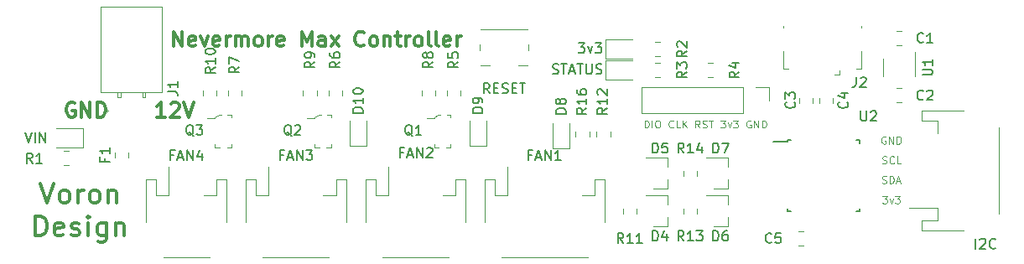
<source format=gbr>
G04 #@! TF.GenerationSoftware,KiCad,Pcbnew,(5.1.5)-3*
G04 #@! TF.CreationDate,2021-06-03T09:39:37-05:00*
G04 #@! TF.ProjectId,NevermoreController,4e657665-726d-46f7-9265-436f6e74726f,rev?*
G04 #@! TF.SameCoordinates,Original*
G04 #@! TF.FileFunction,Legend,Top*
G04 #@! TF.FilePolarity,Positive*
%FSLAX46Y46*%
G04 Gerber Fmt 4.6, Leading zero omitted, Abs format (unit mm)*
G04 Created by KiCad (PCBNEW (5.1.5)-3) date 2021-06-03 09:39:37*
%MOMM*%
%LPD*%
G04 APERTURE LIST*
%ADD10C,0.300000*%
%ADD11C,0.100000*%
%ADD12C,0.120000*%
%ADD13C,0.150000*%
G04 APERTURE END LIST*
D10*
X116282285Y-78112571D02*
X116282285Y-76612571D01*
X117139428Y-78112571D01*
X117139428Y-76612571D01*
X118425143Y-78041142D02*
X118282285Y-78112571D01*
X117996571Y-78112571D01*
X117853714Y-78041142D01*
X117782285Y-77898285D01*
X117782285Y-77326857D01*
X117853714Y-77184000D01*
X117996571Y-77112571D01*
X118282285Y-77112571D01*
X118425143Y-77184000D01*
X118496571Y-77326857D01*
X118496571Y-77469714D01*
X117782285Y-77612571D01*
X118996571Y-77112571D02*
X119353714Y-78112571D01*
X119710857Y-77112571D01*
X120853714Y-78041142D02*
X120710857Y-78112571D01*
X120425143Y-78112571D01*
X120282285Y-78041142D01*
X120210857Y-77898285D01*
X120210857Y-77326857D01*
X120282285Y-77184000D01*
X120425143Y-77112571D01*
X120710857Y-77112571D01*
X120853714Y-77184000D01*
X120925143Y-77326857D01*
X120925143Y-77469714D01*
X120210857Y-77612571D01*
X121568000Y-78112571D02*
X121568000Y-77112571D01*
X121568000Y-77398285D02*
X121639428Y-77255428D01*
X121710857Y-77184000D01*
X121853714Y-77112571D01*
X121996571Y-77112571D01*
X122496571Y-78112571D02*
X122496571Y-77112571D01*
X122496571Y-77255428D02*
X122568000Y-77184000D01*
X122710857Y-77112571D01*
X122925143Y-77112571D01*
X123068000Y-77184000D01*
X123139428Y-77326857D01*
X123139428Y-78112571D01*
X123139428Y-77326857D02*
X123210857Y-77184000D01*
X123353714Y-77112571D01*
X123568000Y-77112571D01*
X123710857Y-77184000D01*
X123782285Y-77326857D01*
X123782285Y-78112571D01*
X124710857Y-78112571D02*
X124568000Y-78041142D01*
X124496571Y-77969714D01*
X124425143Y-77826857D01*
X124425143Y-77398285D01*
X124496571Y-77255428D01*
X124568000Y-77184000D01*
X124710857Y-77112571D01*
X124925143Y-77112571D01*
X125068000Y-77184000D01*
X125139428Y-77255428D01*
X125210857Y-77398285D01*
X125210857Y-77826857D01*
X125139428Y-77969714D01*
X125068000Y-78041142D01*
X124925143Y-78112571D01*
X124710857Y-78112571D01*
X125853714Y-78112571D02*
X125853714Y-77112571D01*
X125853714Y-77398285D02*
X125925143Y-77255428D01*
X125996571Y-77184000D01*
X126139428Y-77112571D01*
X126282285Y-77112571D01*
X127353714Y-78041142D02*
X127210857Y-78112571D01*
X126925143Y-78112571D01*
X126782285Y-78041142D01*
X126710857Y-77898285D01*
X126710857Y-77326857D01*
X126782285Y-77184000D01*
X126925143Y-77112571D01*
X127210857Y-77112571D01*
X127353714Y-77184000D01*
X127425143Y-77326857D01*
X127425143Y-77469714D01*
X126710857Y-77612571D01*
X129210857Y-78112571D02*
X129210857Y-76612571D01*
X129710857Y-77684000D01*
X130210857Y-76612571D01*
X130210857Y-78112571D01*
X131568000Y-78112571D02*
X131568000Y-77326857D01*
X131496571Y-77184000D01*
X131353714Y-77112571D01*
X131068000Y-77112571D01*
X130925143Y-77184000D01*
X131568000Y-78041142D02*
X131425143Y-78112571D01*
X131068000Y-78112571D01*
X130925143Y-78041142D01*
X130853714Y-77898285D01*
X130853714Y-77755428D01*
X130925143Y-77612571D01*
X131068000Y-77541142D01*
X131425143Y-77541142D01*
X131568000Y-77469714D01*
X132139428Y-78112571D02*
X132925143Y-77112571D01*
X132139428Y-77112571D02*
X132925143Y-78112571D01*
X135496571Y-77969714D02*
X135425143Y-78041142D01*
X135210857Y-78112571D01*
X135068000Y-78112571D01*
X134853714Y-78041142D01*
X134710857Y-77898285D01*
X134639428Y-77755428D01*
X134568000Y-77469714D01*
X134568000Y-77255428D01*
X134639428Y-76969714D01*
X134710857Y-76826857D01*
X134853714Y-76684000D01*
X135068000Y-76612571D01*
X135210857Y-76612571D01*
X135425143Y-76684000D01*
X135496571Y-76755428D01*
X136353714Y-78112571D02*
X136210857Y-78041142D01*
X136139428Y-77969714D01*
X136068000Y-77826857D01*
X136068000Y-77398285D01*
X136139428Y-77255428D01*
X136210857Y-77184000D01*
X136353714Y-77112571D01*
X136568000Y-77112571D01*
X136710857Y-77184000D01*
X136782285Y-77255428D01*
X136853714Y-77398285D01*
X136853714Y-77826857D01*
X136782285Y-77969714D01*
X136710857Y-78041142D01*
X136568000Y-78112571D01*
X136353714Y-78112571D01*
X137496571Y-77112571D02*
X137496571Y-78112571D01*
X137496571Y-77255428D02*
X137568000Y-77184000D01*
X137710857Y-77112571D01*
X137925143Y-77112571D01*
X138068000Y-77184000D01*
X138139428Y-77326857D01*
X138139428Y-78112571D01*
X138639428Y-77112571D02*
X139210857Y-77112571D01*
X138853714Y-76612571D02*
X138853714Y-77898285D01*
X138925143Y-78041142D01*
X139068000Y-78112571D01*
X139210857Y-78112571D01*
X139710857Y-78112571D02*
X139710857Y-77112571D01*
X139710857Y-77398285D02*
X139782285Y-77255428D01*
X139853714Y-77184000D01*
X139996571Y-77112571D01*
X140139428Y-77112571D01*
X140853714Y-78112571D02*
X140710857Y-78041142D01*
X140639428Y-77969714D01*
X140568000Y-77826857D01*
X140568000Y-77398285D01*
X140639428Y-77255428D01*
X140710857Y-77184000D01*
X140853714Y-77112571D01*
X141068000Y-77112571D01*
X141210857Y-77184000D01*
X141282285Y-77255428D01*
X141353714Y-77398285D01*
X141353714Y-77826857D01*
X141282285Y-77969714D01*
X141210857Y-78041142D01*
X141068000Y-78112571D01*
X140853714Y-78112571D01*
X142210857Y-78112571D02*
X142068000Y-78041142D01*
X141996571Y-77898285D01*
X141996571Y-76612571D01*
X142996571Y-78112571D02*
X142853714Y-78041142D01*
X142782285Y-77898285D01*
X142782285Y-76612571D01*
X144139428Y-78041142D02*
X143996571Y-78112571D01*
X143710857Y-78112571D01*
X143568000Y-78041142D01*
X143496571Y-77898285D01*
X143496571Y-77326857D01*
X143568000Y-77184000D01*
X143710857Y-77112571D01*
X143996571Y-77112571D01*
X144139428Y-77184000D01*
X144210857Y-77326857D01*
X144210857Y-77469714D01*
X143496571Y-77612571D01*
X144853714Y-78112571D02*
X144853714Y-77112571D01*
X144853714Y-77398285D02*
X144925143Y-77255428D01*
X144996571Y-77184000D01*
X145139428Y-77112571D01*
X145282285Y-77112571D01*
X102800000Y-91954761D02*
X103466666Y-93954761D01*
X104133333Y-91954761D01*
X105085714Y-93954761D02*
X104895238Y-93859523D01*
X104800000Y-93764285D01*
X104704761Y-93573809D01*
X104704761Y-93002380D01*
X104800000Y-92811904D01*
X104895238Y-92716666D01*
X105085714Y-92621428D01*
X105371428Y-92621428D01*
X105561904Y-92716666D01*
X105657142Y-92811904D01*
X105752380Y-93002380D01*
X105752380Y-93573809D01*
X105657142Y-93764285D01*
X105561904Y-93859523D01*
X105371428Y-93954761D01*
X105085714Y-93954761D01*
X106609523Y-93954761D02*
X106609523Y-92621428D01*
X106609523Y-93002380D02*
X106704761Y-92811904D01*
X106800000Y-92716666D01*
X106990476Y-92621428D01*
X107180952Y-92621428D01*
X108133333Y-93954761D02*
X107942857Y-93859523D01*
X107847619Y-93764285D01*
X107752380Y-93573809D01*
X107752380Y-93002380D01*
X107847619Y-92811904D01*
X107942857Y-92716666D01*
X108133333Y-92621428D01*
X108419047Y-92621428D01*
X108609523Y-92716666D01*
X108704761Y-92811904D01*
X108800000Y-93002380D01*
X108800000Y-93573809D01*
X108704761Y-93764285D01*
X108609523Y-93859523D01*
X108419047Y-93954761D01*
X108133333Y-93954761D01*
X109657142Y-92621428D02*
X109657142Y-93954761D01*
X109657142Y-92811904D02*
X109752380Y-92716666D01*
X109942857Y-92621428D01*
X110228571Y-92621428D01*
X110419047Y-92716666D01*
X110514285Y-92907142D01*
X110514285Y-93954761D01*
X102323809Y-97254761D02*
X102323809Y-95254761D01*
X102800000Y-95254761D01*
X103085714Y-95350000D01*
X103276190Y-95540476D01*
X103371428Y-95730952D01*
X103466666Y-96111904D01*
X103466666Y-96397619D01*
X103371428Y-96778571D01*
X103276190Y-96969047D01*
X103085714Y-97159523D01*
X102800000Y-97254761D01*
X102323809Y-97254761D01*
X105085714Y-97159523D02*
X104895238Y-97254761D01*
X104514285Y-97254761D01*
X104323809Y-97159523D01*
X104228571Y-96969047D01*
X104228571Y-96207142D01*
X104323809Y-96016666D01*
X104514285Y-95921428D01*
X104895238Y-95921428D01*
X105085714Y-96016666D01*
X105180952Y-96207142D01*
X105180952Y-96397619D01*
X104228571Y-96588095D01*
X105942857Y-97159523D02*
X106133333Y-97254761D01*
X106514285Y-97254761D01*
X106704761Y-97159523D01*
X106800000Y-96969047D01*
X106800000Y-96873809D01*
X106704761Y-96683333D01*
X106514285Y-96588095D01*
X106228571Y-96588095D01*
X106038095Y-96492857D01*
X105942857Y-96302380D01*
X105942857Y-96207142D01*
X106038095Y-96016666D01*
X106228571Y-95921428D01*
X106514285Y-95921428D01*
X106704761Y-96016666D01*
X107657142Y-97254761D02*
X107657142Y-95921428D01*
X107657142Y-95254761D02*
X107561904Y-95350000D01*
X107657142Y-95445238D01*
X107752380Y-95350000D01*
X107657142Y-95254761D01*
X107657142Y-95445238D01*
X109466666Y-95921428D02*
X109466666Y-97540476D01*
X109371428Y-97730952D01*
X109276190Y-97826190D01*
X109085714Y-97921428D01*
X108800000Y-97921428D01*
X108609523Y-97826190D01*
X109466666Y-97159523D02*
X109276190Y-97254761D01*
X108895238Y-97254761D01*
X108704761Y-97159523D01*
X108609523Y-97064285D01*
X108514285Y-96873809D01*
X108514285Y-96302380D01*
X108609523Y-96111904D01*
X108704761Y-96016666D01*
X108895238Y-95921428D01*
X109276190Y-95921428D01*
X109466666Y-96016666D01*
X110419047Y-95921428D02*
X110419047Y-97254761D01*
X110419047Y-96111904D02*
X110514285Y-96016666D01*
X110704761Y-95921428D01*
X110990476Y-95921428D01*
X111180952Y-96016666D01*
X111276190Y-96207142D01*
X111276190Y-97254761D01*
D11*
X187807142Y-93219785D02*
X188271428Y-93219785D01*
X188021428Y-93505500D01*
X188128571Y-93505500D01*
X188200000Y-93541214D01*
X188235714Y-93576928D01*
X188271428Y-93648357D01*
X188271428Y-93826928D01*
X188235714Y-93898357D01*
X188200000Y-93934071D01*
X188128571Y-93969785D01*
X187914285Y-93969785D01*
X187842857Y-93934071D01*
X187807142Y-93898357D01*
X188521428Y-93469785D02*
X188700000Y-93969785D01*
X188878571Y-93469785D01*
X189092857Y-93219785D02*
X189557142Y-93219785D01*
X189307142Y-93505500D01*
X189414285Y-93505500D01*
X189485714Y-93541214D01*
X189521428Y-93576928D01*
X189557142Y-93648357D01*
X189557142Y-93826928D01*
X189521428Y-93898357D01*
X189485714Y-93934071D01*
X189414285Y-93969785D01*
X189200000Y-93969785D01*
X189128571Y-93934071D01*
X189092857Y-93898357D01*
X187789285Y-91934071D02*
X187896428Y-91969785D01*
X188075000Y-91969785D01*
X188146428Y-91934071D01*
X188182142Y-91898357D01*
X188217857Y-91826928D01*
X188217857Y-91755500D01*
X188182142Y-91684071D01*
X188146428Y-91648357D01*
X188075000Y-91612642D01*
X187932142Y-91576928D01*
X187860714Y-91541214D01*
X187825000Y-91505500D01*
X187789285Y-91434071D01*
X187789285Y-91362642D01*
X187825000Y-91291214D01*
X187860714Y-91255500D01*
X187932142Y-91219785D01*
X188110714Y-91219785D01*
X188217857Y-91255500D01*
X188539285Y-91969785D02*
X188539285Y-91219785D01*
X188717857Y-91219785D01*
X188825000Y-91255500D01*
X188896428Y-91326928D01*
X188932142Y-91398357D01*
X188967857Y-91541214D01*
X188967857Y-91648357D01*
X188932142Y-91791214D01*
X188896428Y-91862642D01*
X188825000Y-91934071D01*
X188717857Y-91969785D01*
X188539285Y-91969785D01*
X189253571Y-91755500D02*
X189610714Y-91755500D01*
X189182142Y-91969785D02*
X189432142Y-91219785D01*
X189682142Y-91969785D01*
X187807142Y-89934071D02*
X187914285Y-89969785D01*
X188092857Y-89969785D01*
X188164285Y-89934071D01*
X188200000Y-89898357D01*
X188235714Y-89826928D01*
X188235714Y-89755500D01*
X188200000Y-89684071D01*
X188164285Y-89648357D01*
X188092857Y-89612642D01*
X187950000Y-89576928D01*
X187878571Y-89541214D01*
X187842857Y-89505500D01*
X187807142Y-89434071D01*
X187807142Y-89362642D01*
X187842857Y-89291214D01*
X187878571Y-89255500D01*
X187950000Y-89219785D01*
X188128571Y-89219785D01*
X188235714Y-89255500D01*
X188985714Y-89898357D02*
X188950000Y-89934071D01*
X188842857Y-89969785D01*
X188771428Y-89969785D01*
X188664285Y-89934071D01*
X188592857Y-89862642D01*
X188557142Y-89791214D01*
X188521428Y-89648357D01*
X188521428Y-89541214D01*
X188557142Y-89398357D01*
X188592857Y-89326928D01*
X188664285Y-89255500D01*
X188771428Y-89219785D01*
X188842857Y-89219785D01*
X188950000Y-89255500D01*
X188985714Y-89291214D01*
X189664285Y-89969785D02*
X189307142Y-89969785D01*
X189307142Y-89219785D01*
X188128571Y-87255500D02*
X188057142Y-87219785D01*
X187950000Y-87219785D01*
X187842857Y-87255500D01*
X187771428Y-87326928D01*
X187735714Y-87398357D01*
X187700000Y-87541214D01*
X187700000Y-87648357D01*
X187735714Y-87791214D01*
X187771428Y-87862642D01*
X187842857Y-87934071D01*
X187950000Y-87969785D01*
X188021428Y-87969785D01*
X188128571Y-87934071D01*
X188164285Y-87898357D01*
X188164285Y-87648357D01*
X188021428Y-87648357D01*
X188485714Y-87969785D02*
X188485714Y-87219785D01*
X188914285Y-87969785D01*
X188914285Y-87219785D01*
X189271428Y-87969785D02*
X189271428Y-87219785D01*
X189450000Y-87219785D01*
X189557142Y-87255500D01*
X189628571Y-87326928D01*
X189664285Y-87398357D01*
X189700000Y-87541214D01*
X189700000Y-87648357D01*
X189664285Y-87791214D01*
X189628571Y-87862642D01*
X189557142Y-87934071D01*
X189450000Y-87969785D01*
X189271428Y-87969785D01*
X163801000Y-86339285D02*
X163801000Y-85589285D01*
X163979571Y-85589285D01*
X164086714Y-85625000D01*
X164158142Y-85696428D01*
X164193857Y-85767857D01*
X164229571Y-85910714D01*
X164229571Y-86017857D01*
X164193857Y-86160714D01*
X164158142Y-86232142D01*
X164086714Y-86303571D01*
X163979571Y-86339285D01*
X163801000Y-86339285D01*
X164551000Y-86339285D02*
X164551000Y-85589285D01*
X165051000Y-85589285D02*
X165193857Y-85589285D01*
X165265285Y-85625000D01*
X165336714Y-85696428D01*
X165372428Y-85839285D01*
X165372428Y-86089285D01*
X165336714Y-86232142D01*
X165265285Y-86303571D01*
X165193857Y-86339285D01*
X165051000Y-86339285D01*
X164979571Y-86303571D01*
X164908142Y-86232142D01*
X164872428Y-86089285D01*
X164872428Y-85839285D01*
X164908142Y-85696428D01*
X164979571Y-85625000D01*
X165051000Y-85589285D01*
X166693857Y-86267857D02*
X166658142Y-86303571D01*
X166551000Y-86339285D01*
X166479571Y-86339285D01*
X166372428Y-86303571D01*
X166301000Y-86232142D01*
X166265285Y-86160714D01*
X166229571Y-86017857D01*
X166229571Y-85910714D01*
X166265285Y-85767857D01*
X166301000Y-85696428D01*
X166372428Y-85625000D01*
X166479571Y-85589285D01*
X166551000Y-85589285D01*
X166658142Y-85625000D01*
X166693857Y-85660714D01*
X167372428Y-86339285D02*
X167015285Y-86339285D01*
X167015285Y-85589285D01*
X167622428Y-86339285D02*
X167622428Y-85589285D01*
X168051000Y-86339285D02*
X167729571Y-85910714D01*
X168051000Y-85589285D02*
X167622428Y-86017857D01*
X169372428Y-86339285D02*
X169122428Y-85982142D01*
X168943857Y-86339285D02*
X168943857Y-85589285D01*
X169229571Y-85589285D01*
X169301000Y-85625000D01*
X169336714Y-85660714D01*
X169372428Y-85732142D01*
X169372428Y-85839285D01*
X169336714Y-85910714D01*
X169301000Y-85946428D01*
X169229571Y-85982142D01*
X168943857Y-85982142D01*
X169658142Y-86303571D02*
X169765285Y-86339285D01*
X169943857Y-86339285D01*
X170015285Y-86303571D01*
X170051000Y-86267857D01*
X170086714Y-86196428D01*
X170086714Y-86125000D01*
X170051000Y-86053571D01*
X170015285Y-86017857D01*
X169943857Y-85982142D01*
X169801000Y-85946428D01*
X169729571Y-85910714D01*
X169693857Y-85875000D01*
X169658142Y-85803571D01*
X169658142Y-85732142D01*
X169693857Y-85660714D01*
X169729571Y-85625000D01*
X169801000Y-85589285D01*
X169979571Y-85589285D01*
X170086714Y-85625000D01*
X170301000Y-85589285D02*
X170729571Y-85589285D01*
X170515285Y-86339285D02*
X170515285Y-85589285D01*
X171479571Y-85589285D02*
X171943857Y-85589285D01*
X171693857Y-85875000D01*
X171801000Y-85875000D01*
X171872428Y-85910714D01*
X171908142Y-85946428D01*
X171943857Y-86017857D01*
X171943857Y-86196428D01*
X171908142Y-86267857D01*
X171872428Y-86303571D01*
X171801000Y-86339285D01*
X171586714Y-86339285D01*
X171515285Y-86303571D01*
X171479571Y-86267857D01*
X172193857Y-85839285D02*
X172372428Y-86339285D01*
X172551000Y-85839285D01*
X172765285Y-85589285D02*
X173229571Y-85589285D01*
X172979571Y-85875000D01*
X173086714Y-85875000D01*
X173158142Y-85910714D01*
X173193857Y-85946428D01*
X173229571Y-86017857D01*
X173229571Y-86196428D01*
X173193857Y-86267857D01*
X173158142Y-86303571D01*
X173086714Y-86339285D01*
X172872428Y-86339285D01*
X172801000Y-86303571D01*
X172765285Y-86267857D01*
X174515285Y-85625000D02*
X174443857Y-85589285D01*
X174336714Y-85589285D01*
X174229571Y-85625000D01*
X174158142Y-85696428D01*
X174122428Y-85767857D01*
X174086714Y-85910714D01*
X174086714Y-86017857D01*
X174122428Y-86160714D01*
X174158142Y-86232142D01*
X174229571Y-86303571D01*
X174336714Y-86339285D01*
X174408142Y-86339285D01*
X174515285Y-86303571D01*
X174551000Y-86267857D01*
X174551000Y-86017857D01*
X174408142Y-86017857D01*
X174872428Y-86339285D02*
X174872428Y-85589285D01*
X175301000Y-86339285D01*
X175301000Y-85589285D01*
X175658142Y-86339285D02*
X175658142Y-85589285D01*
X175836714Y-85589285D01*
X175943857Y-85625000D01*
X176015285Y-85696428D01*
X176051000Y-85767857D01*
X176086714Y-85910714D01*
X176086714Y-86017857D01*
X176051000Y-86160714D01*
X176015285Y-86232142D01*
X175943857Y-86303571D01*
X175836714Y-86339285D01*
X175658142Y-86339285D01*
D10*
X106260000Y-83832000D02*
X106117142Y-83760571D01*
X105902857Y-83760571D01*
X105688571Y-83832000D01*
X105545714Y-83974857D01*
X105474285Y-84117714D01*
X105402857Y-84403428D01*
X105402857Y-84617714D01*
X105474285Y-84903428D01*
X105545714Y-85046285D01*
X105688571Y-85189142D01*
X105902857Y-85260571D01*
X106045714Y-85260571D01*
X106260000Y-85189142D01*
X106331428Y-85117714D01*
X106331428Y-84617714D01*
X106045714Y-84617714D01*
X106974285Y-85260571D02*
X106974285Y-83760571D01*
X107831428Y-85260571D01*
X107831428Y-83760571D01*
X108545714Y-85260571D02*
X108545714Y-83760571D01*
X108902857Y-83760571D01*
X109117142Y-83832000D01*
X109260000Y-83974857D01*
X109331428Y-84117714D01*
X109402857Y-84403428D01*
X109402857Y-84617714D01*
X109331428Y-84903428D01*
X109260000Y-85046285D01*
X109117142Y-85189142D01*
X108902857Y-85260571D01*
X108545714Y-85260571D01*
X115402857Y-85260571D02*
X114545714Y-85260571D01*
X114974285Y-85260571D02*
X114974285Y-83760571D01*
X114831428Y-83974857D01*
X114688571Y-84117714D01*
X114545714Y-84189142D01*
X115974285Y-83903428D02*
X116045714Y-83832000D01*
X116188571Y-83760571D01*
X116545714Y-83760571D01*
X116688571Y-83832000D01*
X116760000Y-83903428D01*
X116831428Y-84046285D01*
X116831428Y-84189142D01*
X116760000Y-84403428D01*
X115902857Y-85260571D01*
X116831428Y-85260571D01*
X117260000Y-83760571D02*
X117760000Y-85260571D01*
X118260000Y-83760571D01*
D12*
X134000000Y-88177500D02*
X134000000Y-85627500D01*
X135700000Y-88177500D02*
X135700000Y-85627500D01*
X134000000Y-88177500D02*
X135700000Y-88177500D01*
X146150000Y-88167500D02*
X146150000Y-85617500D01*
X147850000Y-88167500D02*
X147850000Y-85617500D01*
X146150000Y-88167500D02*
X147850000Y-88167500D01*
X154550000Y-88447500D02*
X154550000Y-85897500D01*
X156250000Y-88447500D02*
X156250000Y-85897500D01*
X154550000Y-88447500D02*
X156250000Y-88447500D01*
X191119000Y-81139000D02*
X191119000Y-78689000D01*
X187899000Y-79339000D02*
X187899000Y-81139000D01*
X164841422Y-79110000D02*
X165358578Y-79110000D01*
X164841422Y-77690000D02*
X165358578Y-77690000D01*
X159859000Y-79360000D02*
X162544000Y-79360000D01*
X159859000Y-77440000D02*
X159859000Y-79360000D01*
X162544000Y-77440000D02*
X159859000Y-77440000D01*
X189767578Y-82348000D02*
X189250422Y-82348000D01*
X189767578Y-83768000D02*
X189250422Y-83768000D01*
X189250422Y-78010000D02*
X189767578Y-78010000D01*
X189250422Y-76590000D02*
X189767578Y-76590000D01*
X170692578Y-79808000D02*
X170175422Y-79808000D01*
X170692578Y-81228000D02*
X170175422Y-81228000D01*
X180796000Y-83824578D02*
X180796000Y-83307422D01*
X179376000Y-83824578D02*
X179376000Y-83307422D01*
X164841422Y-81228000D02*
X165358578Y-81228000D01*
X164841422Y-79808000D02*
X165358578Y-79808000D01*
X105171422Y-90118000D02*
X105688578Y-90118000D01*
X105171422Y-88698000D02*
X105688578Y-88698000D01*
X159859000Y-81478000D02*
X162544000Y-81478000D01*
X159859000Y-79558000D02*
X159859000Y-81478000D01*
X162544000Y-79558000D02*
X159859000Y-79558000D01*
X107095000Y-86416000D02*
X104410000Y-86416000D01*
X107095000Y-88336000D02*
X107095000Y-86416000D01*
X104410000Y-88336000D02*
X107095000Y-88336000D01*
X199582000Y-95018000D02*
X199582000Y-86338000D01*
X193362000Y-85638000D02*
X193362000Y-86918000D01*
X191762000Y-85638000D02*
X193362000Y-85638000D01*
X191762000Y-84618000D02*
X191762000Y-85638000D01*
X196012000Y-84618000D02*
X191762000Y-84618000D01*
X193362000Y-94438000D02*
X190472000Y-94438000D01*
X193362000Y-95718000D02*
X193362000Y-94438000D01*
X191762000Y-95718000D02*
X193362000Y-95718000D01*
X191762000Y-96738000D02*
X191762000Y-95718000D01*
X196012000Y-96738000D02*
X191762000Y-96738000D01*
X169112000Y-94483422D02*
X169112000Y-95000578D01*
X167692000Y-94483422D02*
X167692000Y-95000578D01*
X179319422Y-98246000D02*
X179836578Y-98246000D01*
X179319422Y-96826000D02*
X179836578Y-96826000D01*
X166114000Y-92512000D02*
X164654000Y-92512000D01*
X166114000Y-89352000D02*
X163954000Y-89352000D01*
X166114000Y-89352000D02*
X166114000Y-90282000D01*
X166114000Y-92512000D02*
X166114000Y-91582000D01*
X172210000Y-92512000D02*
X170750000Y-92512000D01*
X172210000Y-89352000D02*
X170050000Y-89352000D01*
X172210000Y-89352000D02*
X172210000Y-90282000D01*
X172210000Y-92512000D02*
X172210000Y-91582000D01*
X166114000Y-96322000D02*
X166114000Y-95392000D01*
X166114000Y-93162000D02*
X166114000Y-94092000D01*
X166114000Y-93162000D02*
X163954000Y-93162000D01*
X166114000Y-96322000D02*
X164654000Y-96322000D01*
X172210000Y-96322000D02*
X172210000Y-95392000D01*
X172210000Y-93162000D02*
X172210000Y-94092000D01*
X172210000Y-93162000D02*
X170050000Y-93162000D01*
X172210000Y-96322000D02*
X170750000Y-96322000D01*
X167692000Y-90673422D02*
X167692000Y-91190578D01*
X169112000Y-90673422D02*
X169112000Y-91190578D01*
X163016000Y-94483422D02*
X163016000Y-95000578D01*
X161596000Y-94483422D02*
X161596000Y-95000578D01*
X129290000Y-82545422D02*
X129290000Y-83062578D01*
X130710000Y-82545422D02*
X130710000Y-83062578D01*
X133298000Y-83062578D02*
X133298000Y-82545422D01*
X131878000Y-83062578D02*
X131878000Y-82545422D01*
X141276000Y-82545422D02*
X141276000Y-83062578D01*
X142696000Y-82545422D02*
X142696000Y-83062578D01*
X145236000Y-83062578D02*
X145236000Y-82545422D01*
X143816000Y-83062578D02*
X143816000Y-82545422D01*
X160349000Y-87206078D02*
X160349000Y-86688922D01*
X158929000Y-87206078D02*
X158929000Y-86688922D01*
X119178000Y-82545422D02*
X119178000Y-83062578D01*
X120598000Y-82545422D02*
X120598000Y-83062578D01*
X123138000Y-83062578D02*
X123138000Y-82545422D01*
X121718000Y-83062578D02*
X121718000Y-82545422D01*
X156844750Y-86688922D02*
X156844750Y-87206078D01*
X158264750Y-86688922D02*
X158264750Y-87206078D01*
D11*
X122085500Y-85027500D02*
X122085500Y-85327500D01*
X121710500Y-85027500D02*
X122085500Y-85027500D01*
X122085500Y-88327500D02*
X121635500Y-88327500D01*
X122085500Y-88027500D02*
X122085500Y-88327500D01*
X122085500Y-88102500D02*
X122085500Y-87977500D01*
X120435500Y-88327500D02*
X120435500Y-87977500D01*
X120910500Y-88327500D02*
X120435500Y-88327500D01*
X120435500Y-85352500D02*
X119660500Y-85352500D01*
X120435500Y-85302500D02*
X120435500Y-85352500D01*
X120810500Y-85027500D02*
X120435500Y-85302500D01*
X121085500Y-85027500D02*
X120810500Y-85027500D01*
X132155700Y-85027500D02*
X132155700Y-85327500D01*
X131780700Y-85027500D02*
X132155700Y-85027500D01*
X132155700Y-88327500D02*
X131705700Y-88327500D01*
X132155700Y-88027500D02*
X132155700Y-88327500D01*
X132155700Y-88102500D02*
X132155700Y-87977500D01*
X130505700Y-88327500D02*
X130505700Y-87977500D01*
X130980700Y-88327500D02*
X130505700Y-88327500D01*
X130505700Y-85352500D02*
X129730700Y-85352500D01*
X130505700Y-85302500D02*
X130505700Y-85352500D01*
X130880700Y-85027500D02*
X130505700Y-85302500D01*
X131155700Y-85027500D02*
X130880700Y-85027500D01*
X144210700Y-85017500D02*
X144210700Y-85317500D01*
X143835700Y-85017500D02*
X144210700Y-85017500D01*
X144210700Y-88317500D02*
X143760700Y-88317500D01*
X144210700Y-88017500D02*
X144210700Y-88317500D01*
X144210700Y-88092500D02*
X144210700Y-87967500D01*
X142560700Y-88317500D02*
X142560700Y-87967500D01*
X143035700Y-88317500D02*
X142560700Y-88317500D01*
X142560700Y-85342500D02*
X141785700Y-85342500D01*
X142560700Y-85292500D02*
X142560700Y-85342500D01*
X142935700Y-85017500D02*
X142560700Y-85292500D01*
X143210700Y-85017500D02*
X142935700Y-85017500D01*
D12*
X182828000Y-83824578D02*
X182828000Y-83307422D01*
X181408000Y-83824578D02*
X181408000Y-83307422D01*
X115198500Y-99410000D02*
X119878500Y-99410000D01*
X120578500Y-93190000D02*
X119298500Y-93190000D01*
X120578500Y-91590000D02*
X120578500Y-93190000D01*
X121598500Y-91590000D02*
X120578500Y-91590000D01*
X121598500Y-95840000D02*
X121598500Y-91590000D01*
X115778500Y-93190000D02*
X115778500Y-90300000D01*
X114498500Y-93190000D02*
X115778500Y-93190000D01*
X114498500Y-91590000D02*
X114498500Y-93190000D01*
X113478500Y-91590000D02*
X114498500Y-91590000D01*
X113478500Y-95840000D02*
X113478500Y-91590000D01*
D13*
X178239000Y-87786000D02*
X176814000Y-87786000D01*
X185489000Y-87561000D02*
X185164000Y-87561000D01*
X185489000Y-94811000D02*
X185164000Y-94811000D01*
X178239000Y-94811000D02*
X178564000Y-94811000D01*
X178239000Y-87561000D02*
X178564000Y-87561000D01*
X178239000Y-94811000D02*
X178239000Y-94486000D01*
X185489000Y-94811000D02*
X185489000Y-94486000D01*
X185489000Y-87561000D02*
X185489000Y-87886000D01*
X178239000Y-87561000D02*
X178239000Y-87786000D01*
D12*
X176336000Y-82236000D02*
X176336000Y-83566000D01*
X175006000Y-82236000D02*
X176336000Y-82236000D01*
X173736000Y-82236000D02*
X173736000Y-84896000D01*
X173736000Y-84896000D02*
X163516000Y-84896000D01*
X173736000Y-82236000D02*
X163516000Y-82236000D01*
X163516000Y-82236000D02*
X163516000Y-84896000D01*
X151025000Y-80082000D02*
X151950000Y-80082000D01*
X147150000Y-77957000D02*
X147150000Y-78507000D01*
X152050000Y-77957000D02*
X152050000Y-78507000D01*
X147250000Y-76382000D02*
X151950000Y-76382000D01*
X147250000Y-80082000D02*
X148175000Y-80082000D01*
X149384600Y-99410000D02*
X158064600Y-99410000D01*
X158764600Y-93190000D02*
X157484600Y-93190000D01*
X158764600Y-91590000D02*
X158764600Y-93190000D01*
X159784600Y-91590000D02*
X158764600Y-91590000D01*
X159784600Y-95840000D02*
X159784600Y-91590000D01*
X149964600Y-93190000D02*
X149964600Y-90300000D01*
X148684600Y-93190000D02*
X149964600Y-93190000D01*
X148684600Y-91590000D02*
X148684600Y-93190000D01*
X147664600Y-91590000D02*
X148684600Y-91590000D01*
X147664600Y-95840000D02*
X147664600Y-91590000D01*
X125260533Y-99410000D02*
X131940533Y-99410000D01*
X132640533Y-93190000D02*
X131360533Y-93190000D01*
X132640533Y-91590000D02*
X132640533Y-93190000D01*
X133660533Y-91590000D02*
X132640533Y-91590000D01*
X133660533Y-95840000D02*
X133660533Y-91590000D01*
X125840533Y-93190000D02*
X125840533Y-90300000D01*
X124560533Y-93190000D02*
X125840533Y-93190000D01*
X124560533Y-91590000D02*
X124560533Y-93190000D01*
X123540533Y-91590000D02*
X124560533Y-91590000D01*
X123540533Y-95840000D02*
X123540533Y-91590000D01*
X137322566Y-99410000D02*
X144002566Y-99410000D01*
X144702566Y-93190000D02*
X143422566Y-93190000D01*
X144702566Y-91590000D02*
X144702566Y-93190000D01*
X145722566Y-91590000D02*
X144702566Y-91590000D01*
X145722566Y-95840000D02*
X145722566Y-91590000D01*
X137902566Y-93190000D02*
X137902566Y-90300000D01*
X136622566Y-93190000D02*
X137902566Y-93190000D01*
X136622566Y-91590000D02*
X136622566Y-93190000D01*
X135602566Y-91590000D02*
X136622566Y-91590000D01*
X135602566Y-95840000D02*
X135602566Y-91590000D01*
X111708000Y-89342752D02*
X111708000Y-88820248D01*
X110288000Y-89342752D02*
X110288000Y-88820248D01*
X183442000Y-80971500D02*
X183442000Y-80521500D01*
X183442000Y-80971500D02*
X182992000Y-80971500D01*
X177842000Y-80421500D02*
X178292000Y-80421500D01*
X177842000Y-78571500D02*
X177842000Y-80421500D01*
X185642000Y-76021500D02*
X185642000Y-76271500D01*
X177842000Y-76021500D02*
X177842000Y-76271500D01*
X185642000Y-78571500D02*
X185642000Y-80421500D01*
X185642000Y-80421500D02*
X185192000Y-80421500D01*
X109209736Y-84880000D02*
X109634000Y-84580000D01*
X109209736Y-84280000D02*
X109209736Y-84880000D01*
X109634000Y-84580000D02*
X109209736Y-84280000D01*
X113394000Y-83220000D02*
X113394000Y-82770000D01*
X113094000Y-83220000D02*
X113394000Y-83220000D01*
X113094000Y-82770000D02*
X113094000Y-83220000D01*
X113394000Y-82770000D02*
X113094000Y-82770000D01*
X110894000Y-83220000D02*
X110894000Y-82770000D01*
X110594000Y-83220000D02*
X110894000Y-83220000D01*
X110594000Y-82770000D02*
X110594000Y-83220000D01*
X110894000Y-82770000D02*
X110594000Y-82770000D01*
X108914000Y-74090000D02*
X108914000Y-82770000D01*
X115074000Y-74090000D02*
X108914000Y-74090000D01*
X115074000Y-82770000D02*
X115074000Y-74090000D01*
X108914000Y-82770000D02*
X115074000Y-82770000D01*
D13*
X135352380Y-84838094D02*
X134352380Y-84838094D01*
X134352380Y-84599999D01*
X134400000Y-84457142D01*
X134495238Y-84361904D01*
X134590476Y-84314285D01*
X134780952Y-84266666D01*
X134923809Y-84266666D01*
X135114285Y-84314285D01*
X135209523Y-84361904D01*
X135304761Y-84457142D01*
X135352380Y-84599999D01*
X135352380Y-84838094D01*
X135352380Y-83314285D02*
X135352380Y-83885713D01*
X135352380Y-83599999D02*
X134352380Y-83599999D01*
X134495238Y-83695237D01*
X134590476Y-83790475D01*
X134638095Y-83885713D01*
X134352380Y-82695237D02*
X134352380Y-82599999D01*
X134400000Y-82504761D01*
X134447619Y-82457142D01*
X134542857Y-82409523D01*
X134733333Y-82361904D01*
X134971428Y-82361904D01*
X135161904Y-82409523D01*
X135257142Y-82457142D01*
X135304761Y-82504761D01*
X135352380Y-82599999D01*
X135352380Y-82695237D01*
X135304761Y-82790475D01*
X135257142Y-82838094D01*
X135161904Y-82885713D01*
X134971428Y-82933332D01*
X134733333Y-82933332D01*
X134542857Y-82885713D01*
X134447619Y-82838094D01*
X134400000Y-82790475D01*
X134352380Y-82695237D01*
X147452380Y-84838095D02*
X146452380Y-84838095D01*
X146452380Y-84600000D01*
X146500000Y-84457142D01*
X146595238Y-84361904D01*
X146690476Y-84314285D01*
X146880952Y-84266666D01*
X147023809Y-84266666D01*
X147214285Y-84314285D01*
X147309523Y-84361904D01*
X147404761Y-84457142D01*
X147452380Y-84600000D01*
X147452380Y-84838095D01*
X147452380Y-83790476D02*
X147452380Y-83600000D01*
X147404761Y-83504761D01*
X147357142Y-83457142D01*
X147214285Y-83361904D01*
X147023809Y-83314285D01*
X146642857Y-83314285D01*
X146547619Y-83361904D01*
X146500000Y-83409523D01*
X146452380Y-83504761D01*
X146452380Y-83695238D01*
X146500000Y-83790476D01*
X146547619Y-83838095D01*
X146642857Y-83885714D01*
X146880952Y-83885714D01*
X146976190Y-83838095D01*
X147023809Y-83790476D01*
X147071428Y-83695238D01*
X147071428Y-83504761D01*
X147023809Y-83409523D01*
X146976190Y-83361904D01*
X146880952Y-83314285D01*
X155852380Y-84914286D02*
X154852380Y-84914286D01*
X154852380Y-84676191D01*
X154900000Y-84533333D01*
X154995238Y-84438095D01*
X155090476Y-84390476D01*
X155280952Y-84342857D01*
X155423809Y-84342857D01*
X155614285Y-84390476D01*
X155709523Y-84438095D01*
X155804761Y-84533333D01*
X155852380Y-84676191D01*
X155852380Y-84914286D01*
X155280952Y-83771429D02*
X155233333Y-83866667D01*
X155185714Y-83914286D01*
X155090476Y-83961905D01*
X155042857Y-83961905D01*
X154947619Y-83914286D01*
X154900000Y-83866667D01*
X154852380Y-83771429D01*
X154852380Y-83580952D01*
X154900000Y-83485714D01*
X154947619Y-83438095D01*
X155042857Y-83390476D01*
X155090476Y-83390476D01*
X155185714Y-83438095D01*
X155233333Y-83485714D01*
X155280952Y-83580952D01*
X155280952Y-83771429D01*
X155328571Y-83866667D01*
X155376190Y-83914286D01*
X155471428Y-83961905D01*
X155661904Y-83961905D01*
X155757142Y-83914286D01*
X155804761Y-83866667D01*
X155852380Y-83771429D01*
X155852380Y-83580952D01*
X155804761Y-83485714D01*
X155757142Y-83438095D01*
X155661904Y-83390476D01*
X155471428Y-83390476D01*
X155376190Y-83438095D01*
X155328571Y-83485714D01*
X155280952Y-83580952D01*
X191861380Y-81000904D02*
X192670904Y-81000904D01*
X192766142Y-80953285D01*
X192813761Y-80905666D01*
X192861380Y-80810428D01*
X192861380Y-80619952D01*
X192813761Y-80524714D01*
X192766142Y-80477095D01*
X192670904Y-80429476D01*
X191861380Y-80429476D01*
X192861380Y-79429476D02*
X192861380Y-80000904D01*
X192861380Y-79715190D02*
X191861380Y-79715190D01*
X192004238Y-79810428D01*
X192099476Y-79905666D01*
X192147095Y-80000904D01*
X168052380Y-78566667D02*
X167576190Y-78900001D01*
X168052380Y-79138096D02*
X167052380Y-79138096D01*
X167052380Y-78757143D01*
X167100000Y-78661905D01*
X167147619Y-78614286D01*
X167242857Y-78566667D01*
X167385714Y-78566667D01*
X167480952Y-78614286D01*
X167528571Y-78661905D01*
X167576190Y-78757143D01*
X167576190Y-79138096D01*
X167147619Y-78185715D02*
X167100000Y-78138096D01*
X167052380Y-78042858D01*
X167052380Y-77804762D01*
X167100000Y-77709524D01*
X167147619Y-77661905D01*
X167242857Y-77614286D01*
X167338095Y-77614286D01*
X167480952Y-77661905D01*
X168052380Y-78233334D01*
X168052380Y-77614286D01*
X157109523Y-77784880D02*
X157728571Y-77784880D01*
X157395238Y-78165833D01*
X157538095Y-78165833D01*
X157633333Y-78213452D01*
X157680952Y-78261071D01*
X157728571Y-78356309D01*
X157728571Y-78594404D01*
X157680952Y-78689642D01*
X157633333Y-78737261D01*
X157538095Y-78784880D01*
X157252380Y-78784880D01*
X157157142Y-78737261D01*
X157109523Y-78689642D01*
X158061904Y-78118214D02*
X158300000Y-78784880D01*
X158538095Y-78118214D01*
X158823809Y-77784880D02*
X159442857Y-77784880D01*
X159109523Y-78165833D01*
X159252380Y-78165833D01*
X159347619Y-78213452D01*
X159395238Y-78261071D01*
X159442857Y-78356309D01*
X159442857Y-78594404D01*
X159395238Y-78689642D01*
X159347619Y-78737261D01*
X159252380Y-78784880D01*
X158966666Y-78784880D01*
X158871428Y-78737261D01*
X158823809Y-78689642D01*
X191933333Y-83457142D02*
X191885714Y-83504761D01*
X191742857Y-83552380D01*
X191647619Y-83552380D01*
X191504761Y-83504761D01*
X191409523Y-83409523D01*
X191361904Y-83314285D01*
X191314285Y-83123809D01*
X191314285Y-82980952D01*
X191361904Y-82790476D01*
X191409523Y-82695238D01*
X191504761Y-82600000D01*
X191647619Y-82552380D01*
X191742857Y-82552380D01*
X191885714Y-82600000D01*
X191933333Y-82647619D01*
X192314285Y-82647619D02*
X192361904Y-82600000D01*
X192457142Y-82552380D01*
X192695238Y-82552380D01*
X192790476Y-82600000D01*
X192838095Y-82647619D01*
X192885714Y-82742857D01*
X192885714Y-82838095D01*
X192838095Y-82980952D01*
X192266666Y-83552380D01*
X192885714Y-83552380D01*
X191933333Y-77657142D02*
X191885714Y-77704761D01*
X191742857Y-77752380D01*
X191647619Y-77752380D01*
X191504761Y-77704761D01*
X191409523Y-77609523D01*
X191361904Y-77514285D01*
X191314285Y-77323809D01*
X191314285Y-77180952D01*
X191361904Y-76990476D01*
X191409523Y-76895238D01*
X191504761Y-76800000D01*
X191647619Y-76752380D01*
X191742857Y-76752380D01*
X191885714Y-76800000D01*
X191933333Y-76847619D01*
X192885714Y-77752380D02*
X192314285Y-77752380D01*
X192600000Y-77752380D02*
X192600000Y-76752380D01*
X192504761Y-76895238D01*
X192409523Y-76990476D01*
X192314285Y-77038095D01*
X173347880Y-80684666D02*
X172871690Y-81018000D01*
X173347880Y-81256095D02*
X172347880Y-81256095D01*
X172347880Y-80875142D01*
X172395500Y-80779904D01*
X172443119Y-80732285D01*
X172538357Y-80684666D01*
X172681214Y-80684666D01*
X172776452Y-80732285D01*
X172824071Y-80779904D01*
X172871690Y-80875142D01*
X172871690Y-81256095D01*
X172681214Y-79827523D02*
X173347880Y-79827523D01*
X172300261Y-80065619D02*
X173014547Y-80303714D01*
X173014547Y-79684666D01*
X178919142Y-83732666D02*
X178966761Y-83780285D01*
X179014380Y-83923142D01*
X179014380Y-84018380D01*
X178966761Y-84161238D01*
X178871523Y-84256476D01*
X178776285Y-84304095D01*
X178585809Y-84351714D01*
X178442952Y-84351714D01*
X178252476Y-84304095D01*
X178157238Y-84256476D01*
X178062000Y-84161238D01*
X178014380Y-84018380D01*
X178014380Y-83923142D01*
X178062000Y-83780285D01*
X178109619Y-83732666D01*
X178014380Y-83399333D02*
X178014380Y-82780285D01*
X178395333Y-83113619D01*
X178395333Y-82970761D01*
X178442952Y-82875523D01*
X178490571Y-82827904D01*
X178585809Y-82780285D01*
X178823904Y-82780285D01*
X178919142Y-82827904D01*
X178966761Y-82875523D01*
X179014380Y-82970761D01*
X179014380Y-83256476D01*
X178966761Y-83351714D01*
X178919142Y-83399333D01*
X168052380Y-80684667D02*
X167576190Y-81018001D01*
X168052380Y-81256096D02*
X167052380Y-81256096D01*
X167052380Y-80875143D01*
X167100000Y-80779905D01*
X167147619Y-80732286D01*
X167242857Y-80684667D01*
X167385714Y-80684667D01*
X167480952Y-80732286D01*
X167528571Y-80779905D01*
X167576190Y-80875143D01*
X167576190Y-81256096D01*
X167052380Y-80351334D02*
X167052380Y-79732286D01*
X167433333Y-80065620D01*
X167433333Y-79922762D01*
X167480952Y-79827524D01*
X167528571Y-79779905D01*
X167623809Y-79732286D01*
X167861904Y-79732286D01*
X167957142Y-79779905D01*
X168004761Y-79827524D01*
X168052380Y-79922762D01*
X168052380Y-80208477D01*
X168004761Y-80303715D01*
X167957142Y-80351334D01*
X102001333Y-89913380D02*
X101668000Y-89437190D01*
X101429904Y-89913380D02*
X101429904Y-88913380D01*
X101810857Y-88913380D01*
X101906095Y-88961000D01*
X101953714Y-89008619D01*
X102001333Y-89103857D01*
X102001333Y-89246714D01*
X101953714Y-89341952D01*
X101906095Y-89389571D01*
X101810857Y-89437190D01*
X101429904Y-89437190D01*
X102953714Y-89913380D02*
X102382285Y-89913380D01*
X102668000Y-89913380D02*
X102668000Y-88913380D01*
X102572761Y-89056238D01*
X102477523Y-89151476D01*
X102382285Y-89199095D01*
X154523809Y-80855261D02*
X154666666Y-80902880D01*
X154904761Y-80902880D01*
X155000000Y-80855261D01*
X155047619Y-80807642D01*
X155095238Y-80712404D01*
X155095238Y-80617166D01*
X155047619Y-80521928D01*
X155000000Y-80474309D01*
X154904761Y-80426690D01*
X154714285Y-80379071D01*
X154619047Y-80331452D01*
X154571428Y-80283833D01*
X154523809Y-80188595D01*
X154523809Y-80093357D01*
X154571428Y-79998119D01*
X154619047Y-79950500D01*
X154714285Y-79902880D01*
X154952380Y-79902880D01*
X155095238Y-79950500D01*
X155380952Y-79902880D02*
X155952380Y-79902880D01*
X155666666Y-80902880D02*
X155666666Y-79902880D01*
X156238095Y-80617166D02*
X156714285Y-80617166D01*
X156142857Y-80902880D02*
X156476190Y-79902880D01*
X156809523Y-80902880D01*
X157000000Y-79902880D02*
X157571428Y-79902880D01*
X157285714Y-80902880D02*
X157285714Y-79902880D01*
X157904761Y-79902880D02*
X157904761Y-80712404D01*
X157952380Y-80807642D01*
X158000000Y-80855261D01*
X158095238Y-80902880D01*
X158285714Y-80902880D01*
X158380952Y-80855261D01*
X158428571Y-80807642D01*
X158476190Y-80712404D01*
X158476190Y-79902880D01*
X158904761Y-80855261D02*
X159047619Y-80902880D01*
X159285714Y-80902880D01*
X159380952Y-80855261D01*
X159428571Y-80807642D01*
X159476190Y-80712404D01*
X159476190Y-80617166D01*
X159428571Y-80521928D01*
X159380952Y-80474309D01*
X159285714Y-80426690D01*
X159095238Y-80379071D01*
X159000000Y-80331452D01*
X158952380Y-80283833D01*
X158904761Y-80188595D01*
X158904761Y-80093357D01*
X158952380Y-79998119D01*
X159000000Y-79950500D01*
X159095238Y-79902880D01*
X159333333Y-79902880D01*
X159476190Y-79950500D01*
X101266761Y-86828380D02*
X101600095Y-87828380D01*
X101933428Y-86828380D01*
X102266761Y-87828380D02*
X102266761Y-86828380D01*
X102742952Y-87828380D02*
X102742952Y-86828380D01*
X103314380Y-87828380D01*
X103314380Y-86828380D01*
X197223809Y-98552380D02*
X197223809Y-97552380D01*
X197652380Y-97647619D02*
X197700000Y-97600000D01*
X197795238Y-97552380D01*
X198033333Y-97552380D01*
X198128571Y-97600000D01*
X198176190Y-97647619D01*
X198223809Y-97742857D01*
X198223809Y-97838095D01*
X198176190Y-97980952D01*
X197604761Y-98552380D01*
X198223809Y-98552380D01*
X199223809Y-98457142D02*
X199176190Y-98504761D01*
X199033333Y-98552380D01*
X198938095Y-98552380D01*
X198795238Y-98504761D01*
X198700000Y-98409523D01*
X198652380Y-98314285D01*
X198604761Y-98123809D01*
X198604761Y-97980952D01*
X198652380Y-97790476D01*
X198700000Y-97695238D01*
X198795238Y-97600000D01*
X198938095Y-97552380D01*
X199033333Y-97552380D01*
X199176190Y-97600000D01*
X199223809Y-97647619D01*
X167757142Y-97752380D02*
X167423809Y-97276190D01*
X167185714Y-97752380D02*
X167185714Y-96752380D01*
X167566666Y-96752380D01*
X167661904Y-96800000D01*
X167709523Y-96847619D01*
X167757142Y-96942857D01*
X167757142Y-97085714D01*
X167709523Y-97180952D01*
X167661904Y-97228571D01*
X167566666Y-97276190D01*
X167185714Y-97276190D01*
X168709523Y-97752380D02*
X168138095Y-97752380D01*
X168423809Y-97752380D02*
X168423809Y-96752380D01*
X168328571Y-96895238D01*
X168233333Y-96990476D01*
X168138095Y-97038095D01*
X169042857Y-96752380D02*
X169661904Y-96752380D01*
X169328571Y-97133333D01*
X169471428Y-97133333D01*
X169566666Y-97180952D01*
X169614285Y-97228571D01*
X169661904Y-97323809D01*
X169661904Y-97561904D01*
X169614285Y-97657142D01*
X169566666Y-97704761D01*
X169471428Y-97752380D01*
X169185714Y-97752380D01*
X169090476Y-97704761D01*
X169042857Y-97657142D01*
X176617333Y-97893142D02*
X176569714Y-97940761D01*
X176426857Y-97988380D01*
X176331619Y-97988380D01*
X176188761Y-97940761D01*
X176093523Y-97845523D01*
X176045904Y-97750285D01*
X175998285Y-97559809D01*
X175998285Y-97416952D01*
X176045904Y-97226476D01*
X176093523Y-97131238D01*
X176188761Y-97036000D01*
X176331619Y-96988380D01*
X176426857Y-96988380D01*
X176569714Y-97036000D01*
X176617333Y-97083619D01*
X177522095Y-96988380D02*
X177045904Y-96988380D01*
X176998285Y-97464571D01*
X177045904Y-97416952D01*
X177141142Y-97369333D01*
X177379238Y-97369333D01*
X177474476Y-97416952D01*
X177522095Y-97464571D01*
X177569714Y-97559809D01*
X177569714Y-97797904D01*
X177522095Y-97893142D01*
X177474476Y-97940761D01*
X177379238Y-97988380D01*
X177141142Y-97988380D01*
X177045904Y-97940761D01*
X176998285Y-97893142D01*
X164615904Y-88884380D02*
X164615904Y-87884380D01*
X164854000Y-87884380D01*
X164996857Y-87932000D01*
X165092095Y-88027238D01*
X165139714Y-88122476D01*
X165187333Y-88312952D01*
X165187333Y-88455809D01*
X165139714Y-88646285D01*
X165092095Y-88741523D01*
X164996857Y-88836761D01*
X164854000Y-88884380D01*
X164615904Y-88884380D01*
X166092095Y-87884380D02*
X165615904Y-87884380D01*
X165568285Y-88360571D01*
X165615904Y-88312952D01*
X165711142Y-88265333D01*
X165949238Y-88265333D01*
X166044476Y-88312952D01*
X166092095Y-88360571D01*
X166139714Y-88455809D01*
X166139714Y-88693904D01*
X166092095Y-88789142D01*
X166044476Y-88836761D01*
X165949238Y-88884380D01*
X165711142Y-88884380D01*
X165615904Y-88836761D01*
X165568285Y-88789142D01*
X170711904Y-88884380D02*
X170711904Y-87884380D01*
X170950000Y-87884380D01*
X171092857Y-87932000D01*
X171188095Y-88027238D01*
X171235714Y-88122476D01*
X171283333Y-88312952D01*
X171283333Y-88455809D01*
X171235714Y-88646285D01*
X171188095Y-88741523D01*
X171092857Y-88836761D01*
X170950000Y-88884380D01*
X170711904Y-88884380D01*
X171616666Y-87884380D02*
X172283333Y-87884380D01*
X171854761Y-88884380D01*
X164615904Y-97752380D02*
X164615904Y-96752380D01*
X164854000Y-96752380D01*
X164996857Y-96800000D01*
X165092095Y-96895238D01*
X165139714Y-96990476D01*
X165187333Y-97180952D01*
X165187333Y-97323809D01*
X165139714Y-97514285D01*
X165092095Y-97609523D01*
X164996857Y-97704761D01*
X164854000Y-97752380D01*
X164615904Y-97752380D01*
X166044476Y-97085714D02*
X166044476Y-97752380D01*
X165806380Y-96704761D02*
X165568285Y-97419047D01*
X166187333Y-97419047D01*
X170711904Y-97752380D02*
X170711904Y-96752380D01*
X170950000Y-96752380D01*
X171092857Y-96800000D01*
X171188095Y-96895238D01*
X171235714Y-96990476D01*
X171283333Y-97180952D01*
X171283333Y-97323809D01*
X171235714Y-97514285D01*
X171188095Y-97609523D01*
X171092857Y-97704761D01*
X170950000Y-97752380D01*
X170711904Y-97752380D01*
X172140476Y-96752380D02*
X171950000Y-96752380D01*
X171854761Y-96800000D01*
X171807142Y-96847619D01*
X171711904Y-96990476D01*
X171664285Y-97180952D01*
X171664285Y-97561904D01*
X171711904Y-97657142D01*
X171759523Y-97704761D01*
X171854761Y-97752380D01*
X172045238Y-97752380D01*
X172140476Y-97704761D01*
X172188095Y-97657142D01*
X172235714Y-97561904D01*
X172235714Y-97323809D01*
X172188095Y-97228571D01*
X172140476Y-97180952D01*
X172045238Y-97133333D01*
X171854761Y-97133333D01*
X171759523Y-97180952D01*
X171711904Y-97228571D01*
X171664285Y-97323809D01*
X167757142Y-88884380D02*
X167423809Y-88408190D01*
X167185714Y-88884380D02*
X167185714Y-87884380D01*
X167566666Y-87884380D01*
X167661904Y-87932000D01*
X167709523Y-87979619D01*
X167757142Y-88074857D01*
X167757142Y-88217714D01*
X167709523Y-88312952D01*
X167661904Y-88360571D01*
X167566666Y-88408190D01*
X167185714Y-88408190D01*
X168709523Y-88884380D02*
X168138095Y-88884380D01*
X168423809Y-88884380D02*
X168423809Y-87884380D01*
X168328571Y-88027238D01*
X168233333Y-88122476D01*
X168138095Y-88170095D01*
X169566666Y-88217714D02*
X169566666Y-88884380D01*
X169328571Y-87836761D02*
X169090476Y-88551047D01*
X169709523Y-88551047D01*
X161663142Y-97988380D02*
X161329809Y-97512190D01*
X161091714Y-97988380D02*
X161091714Y-96988380D01*
X161472666Y-96988380D01*
X161567904Y-97036000D01*
X161615523Y-97083619D01*
X161663142Y-97178857D01*
X161663142Y-97321714D01*
X161615523Y-97416952D01*
X161567904Y-97464571D01*
X161472666Y-97512190D01*
X161091714Y-97512190D01*
X162615523Y-97988380D02*
X162044095Y-97988380D01*
X162329809Y-97988380D02*
X162329809Y-96988380D01*
X162234571Y-97131238D01*
X162139333Y-97226476D01*
X162044095Y-97274095D01*
X163567904Y-97988380D02*
X162996476Y-97988380D01*
X163282190Y-97988380D02*
X163282190Y-96988380D01*
X163186952Y-97131238D01*
X163091714Y-97226476D01*
X162996476Y-97274095D01*
X130500380Y-79668666D02*
X130024190Y-80002000D01*
X130500380Y-80240095D02*
X129500380Y-80240095D01*
X129500380Y-79859142D01*
X129548000Y-79763904D01*
X129595619Y-79716285D01*
X129690857Y-79668666D01*
X129833714Y-79668666D01*
X129928952Y-79716285D01*
X129976571Y-79763904D01*
X130024190Y-79859142D01*
X130024190Y-80240095D01*
X130500380Y-79192476D02*
X130500380Y-79002000D01*
X130452761Y-78906761D01*
X130405142Y-78859142D01*
X130262285Y-78763904D01*
X130071809Y-78716285D01*
X129690857Y-78716285D01*
X129595619Y-78763904D01*
X129548000Y-78811523D01*
X129500380Y-78906761D01*
X129500380Y-79097238D01*
X129548000Y-79192476D01*
X129595619Y-79240095D01*
X129690857Y-79287714D01*
X129928952Y-79287714D01*
X130024190Y-79240095D01*
X130071809Y-79192476D01*
X130119428Y-79097238D01*
X130119428Y-78906761D01*
X130071809Y-78811523D01*
X130024190Y-78763904D01*
X129928952Y-78716285D01*
X133040380Y-79668666D02*
X132564190Y-80002000D01*
X133040380Y-80240095D02*
X132040380Y-80240095D01*
X132040380Y-79859142D01*
X132088000Y-79763904D01*
X132135619Y-79716285D01*
X132230857Y-79668666D01*
X132373714Y-79668666D01*
X132468952Y-79716285D01*
X132516571Y-79763904D01*
X132564190Y-79859142D01*
X132564190Y-80240095D01*
X132040380Y-78811523D02*
X132040380Y-79002000D01*
X132088000Y-79097238D01*
X132135619Y-79144857D01*
X132278476Y-79240095D01*
X132468952Y-79287714D01*
X132849904Y-79287714D01*
X132945142Y-79240095D01*
X132992761Y-79192476D01*
X133040380Y-79097238D01*
X133040380Y-78906761D01*
X132992761Y-78811523D01*
X132945142Y-78763904D01*
X132849904Y-78716285D01*
X132611809Y-78716285D01*
X132516571Y-78763904D01*
X132468952Y-78811523D01*
X132421333Y-78906761D01*
X132421333Y-79097238D01*
X132468952Y-79192476D01*
X132516571Y-79240095D01*
X132611809Y-79287714D01*
X142438380Y-79668666D02*
X141962190Y-80002000D01*
X142438380Y-80240095D02*
X141438380Y-80240095D01*
X141438380Y-79859142D01*
X141486000Y-79763904D01*
X141533619Y-79716285D01*
X141628857Y-79668666D01*
X141771714Y-79668666D01*
X141866952Y-79716285D01*
X141914571Y-79763904D01*
X141962190Y-79859142D01*
X141962190Y-80240095D01*
X141866952Y-79097238D02*
X141819333Y-79192476D01*
X141771714Y-79240095D01*
X141676476Y-79287714D01*
X141628857Y-79287714D01*
X141533619Y-79240095D01*
X141486000Y-79192476D01*
X141438380Y-79097238D01*
X141438380Y-78906761D01*
X141486000Y-78811523D01*
X141533619Y-78763904D01*
X141628857Y-78716285D01*
X141676476Y-78716285D01*
X141771714Y-78763904D01*
X141819333Y-78811523D01*
X141866952Y-78906761D01*
X141866952Y-79097238D01*
X141914571Y-79192476D01*
X141962190Y-79240095D01*
X142057428Y-79287714D01*
X142247904Y-79287714D01*
X142343142Y-79240095D01*
X142390761Y-79192476D01*
X142438380Y-79097238D01*
X142438380Y-78906761D01*
X142390761Y-78811523D01*
X142343142Y-78763904D01*
X142247904Y-78716285D01*
X142057428Y-78716285D01*
X141962190Y-78763904D01*
X141914571Y-78811523D01*
X141866952Y-78906761D01*
X144978380Y-79668666D02*
X144502190Y-80002000D01*
X144978380Y-80240095D02*
X143978380Y-80240095D01*
X143978380Y-79859142D01*
X144026000Y-79763904D01*
X144073619Y-79716285D01*
X144168857Y-79668666D01*
X144311714Y-79668666D01*
X144406952Y-79716285D01*
X144454571Y-79763904D01*
X144502190Y-79859142D01*
X144502190Y-80240095D01*
X143978380Y-78763904D02*
X143978380Y-79240095D01*
X144454571Y-79287714D01*
X144406952Y-79240095D01*
X144359333Y-79144857D01*
X144359333Y-78906761D01*
X144406952Y-78811523D01*
X144454571Y-78763904D01*
X144549809Y-78716285D01*
X144787904Y-78716285D01*
X144883142Y-78763904D01*
X144930761Y-78811523D01*
X144978380Y-78906761D01*
X144978380Y-79144857D01*
X144930761Y-79240095D01*
X144883142Y-79287714D01*
X160023880Y-84342857D02*
X159547690Y-84676190D01*
X160023880Y-84914285D02*
X159023880Y-84914285D01*
X159023880Y-84533333D01*
X159071500Y-84438095D01*
X159119119Y-84390476D01*
X159214357Y-84342857D01*
X159357214Y-84342857D01*
X159452452Y-84390476D01*
X159500071Y-84438095D01*
X159547690Y-84533333D01*
X159547690Y-84914285D01*
X160023880Y-83390476D02*
X160023880Y-83961904D01*
X160023880Y-83676190D02*
X159023880Y-83676190D01*
X159166738Y-83771428D01*
X159261976Y-83866666D01*
X159309595Y-83961904D01*
X159119119Y-83009523D02*
X159071500Y-82961904D01*
X159023880Y-82866666D01*
X159023880Y-82628571D01*
X159071500Y-82533333D01*
X159119119Y-82485714D01*
X159214357Y-82438095D01*
X159309595Y-82438095D01*
X159452452Y-82485714D01*
X160023880Y-83057142D01*
X160023880Y-82438095D01*
X120452380Y-80242857D02*
X119976190Y-80576190D01*
X120452380Y-80814285D02*
X119452380Y-80814285D01*
X119452380Y-80433333D01*
X119500000Y-80338095D01*
X119547619Y-80290476D01*
X119642857Y-80242857D01*
X119785714Y-80242857D01*
X119880952Y-80290476D01*
X119928571Y-80338095D01*
X119976190Y-80433333D01*
X119976190Y-80814285D01*
X120452380Y-79290476D02*
X120452380Y-79861904D01*
X120452380Y-79576190D02*
X119452380Y-79576190D01*
X119595238Y-79671428D01*
X119690476Y-79766666D01*
X119738095Y-79861904D01*
X119452380Y-78671428D02*
X119452380Y-78576190D01*
X119500000Y-78480952D01*
X119547619Y-78433333D01*
X119642857Y-78385714D01*
X119833333Y-78338095D01*
X120071428Y-78338095D01*
X120261904Y-78385714D01*
X120357142Y-78433333D01*
X120404761Y-78480952D01*
X120452380Y-78576190D01*
X120452380Y-78671428D01*
X120404761Y-78766666D01*
X120357142Y-78814285D01*
X120261904Y-78861904D01*
X120071428Y-78909523D01*
X119833333Y-78909523D01*
X119642857Y-78861904D01*
X119547619Y-78814285D01*
X119500000Y-78766666D01*
X119452380Y-78671428D01*
X122880380Y-80176666D02*
X122404190Y-80510000D01*
X122880380Y-80748095D02*
X121880380Y-80748095D01*
X121880380Y-80367142D01*
X121928000Y-80271904D01*
X121975619Y-80224285D01*
X122070857Y-80176666D01*
X122213714Y-80176666D01*
X122308952Y-80224285D01*
X122356571Y-80271904D01*
X122404190Y-80367142D01*
X122404190Y-80748095D01*
X121880380Y-79843333D02*
X121880380Y-79176666D01*
X122880380Y-79605238D01*
X157939630Y-84342857D02*
X157463440Y-84676190D01*
X157939630Y-84914285D02*
X156939630Y-84914285D01*
X156939630Y-84533333D01*
X156987250Y-84438095D01*
X157034869Y-84390476D01*
X157130107Y-84342857D01*
X157272964Y-84342857D01*
X157368202Y-84390476D01*
X157415821Y-84438095D01*
X157463440Y-84533333D01*
X157463440Y-84914285D01*
X157939630Y-83390476D02*
X157939630Y-83961904D01*
X157939630Y-83676190D02*
X156939630Y-83676190D01*
X157082488Y-83771428D01*
X157177726Y-83866666D01*
X157225345Y-83961904D01*
X156939630Y-82533333D02*
X156939630Y-82723809D01*
X156987250Y-82819047D01*
X157034869Y-82866666D01*
X157177726Y-82961904D01*
X157368202Y-83009523D01*
X157749154Y-83009523D01*
X157844392Y-82961904D01*
X157892011Y-82914285D01*
X157939630Y-82819047D01*
X157939630Y-82628571D01*
X157892011Y-82533333D01*
X157844392Y-82485714D01*
X157749154Y-82438095D01*
X157511059Y-82438095D01*
X157415821Y-82485714D01*
X157368202Y-82533333D01*
X157320583Y-82628571D01*
X157320583Y-82819047D01*
X157368202Y-82914285D01*
X157415821Y-82961904D01*
X157511059Y-83009523D01*
X118268761Y-87161619D02*
X118173523Y-87114000D01*
X118078285Y-87018761D01*
X117935428Y-86875904D01*
X117840190Y-86828285D01*
X117744952Y-86828285D01*
X117792571Y-87066380D02*
X117697333Y-87018761D01*
X117602095Y-86923523D01*
X117554476Y-86733047D01*
X117554476Y-86399714D01*
X117602095Y-86209238D01*
X117697333Y-86114000D01*
X117792571Y-86066380D01*
X117983047Y-86066380D01*
X118078285Y-86114000D01*
X118173523Y-86209238D01*
X118221142Y-86399714D01*
X118221142Y-86733047D01*
X118173523Y-86923523D01*
X118078285Y-87018761D01*
X117983047Y-87066380D01*
X117792571Y-87066380D01*
X118554476Y-86066380D02*
X119173523Y-86066380D01*
X118840190Y-86447333D01*
X118983047Y-86447333D01*
X119078285Y-86494952D01*
X119125904Y-86542571D01*
X119173523Y-86637809D01*
X119173523Y-86875904D01*
X119125904Y-86971142D01*
X119078285Y-87018761D01*
X118983047Y-87066380D01*
X118697333Y-87066380D01*
X118602095Y-87018761D01*
X118554476Y-86971142D01*
X128174761Y-87161619D02*
X128079523Y-87114000D01*
X127984285Y-87018761D01*
X127841428Y-86875904D01*
X127746190Y-86828285D01*
X127650952Y-86828285D01*
X127698571Y-87066380D02*
X127603333Y-87018761D01*
X127508095Y-86923523D01*
X127460476Y-86733047D01*
X127460476Y-86399714D01*
X127508095Y-86209238D01*
X127603333Y-86114000D01*
X127698571Y-86066380D01*
X127889047Y-86066380D01*
X127984285Y-86114000D01*
X128079523Y-86209238D01*
X128127142Y-86399714D01*
X128127142Y-86733047D01*
X128079523Y-86923523D01*
X127984285Y-87018761D01*
X127889047Y-87066380D01*
X127698571Y-87066380D01*
X128508095Y-86161619D02*
X128555714Y-86114000D01*
X128650952Y-86066380D01*
X128889047Y-86066380D01*
X128984285Y-86114000D01*
X129031904Y-86161619D01*
X129079523Y-86256857D01*
X129079523Y-86352095D01*
X129031904Y-86494952D01*
X128460476Y-87066380D01*
X129079523Y-87066380D01*
X140366761Y-87161619D02*
X140271523Y-87114000D01*
X140176285Y-87018761D01*
X140033428Y-86875904D01*
X139938190Y-86828285D01*
X139842952Y-86828285D01*
X139890571Y-87066380D02*
X139795333Y-87018761D01*
X139700095Y-86923523D01*
X139652476Y-86733047D01*
X139652476Y-86399714D01*
X139700095Y-86209238D01*
X139795333Y-86114000D01*
X139890571Y-86066380D01*
X140081047Y-86066380D01*
X140176285Y-86114000D01*
X140271523Y-86209238D01*
X140319142Y-86399714D01*
X140319142Y-86733047D01*
X140271523Y-86923523D01*
X140176285Y-87018761D01*
X140081047Y-87066380D01*
X139890571Y-87066380D01*
X141271523Y-87066380D02*
X140700095Y-87066380D01*
X140985809Y-87066380D02*
X140985809Y-86066380D01*
X140890571Y-86209238D01*
X140795333Y-86304476D01*
X140700095Y-86352095D01*
X184253142Y-83732666D02*
X184300761Y-83780285D01*
X184348380Y-83923142D01*
X184348380Y-84018380D01*
X184300761Y-84161238D01*
X184205523Y-84256476D01*
X184110285Y-84304095D01*
X183919809Y-84351714D01*
X183776952Y-84351714D01*
X183586476Y-84304095D01*
X183491238Y-84256476D01*
X183396000Y-84161238D01*
X183348380Y-84018380D01*
X183348380Y-83923142D01*
X183396000Y-83780285D01*
X183443619Y-83732666D01*
X183681714Y-82875523D02*
X184348380Y-82875523D01*
X183300761Y-83113619D02*
X184015047Y-83351714D01*
X184015047Y-82732666D01*
X116252785Y-89082571D02*
X115919452Y-89082571D01*
X115919452Y-89606380D02*
X115919452Y-88606380D01*
X116395642Y-88606380D01*
X116728976Y-89320666D02*
X117205166Y-89320666D01*
X116633738Y-89606380D02*
X116967071Y-88606380D01*
X117300404Y-89606380D01*
X117633738Y-89606380D02*
X117633738Y-88606380D01*
X118205166Y-89606380D01*
X118205166Y-88606380D01*
X119109928Y-88939714D02*
X119109928Y-89606380D01*
X118871833Y-88558761D02*
X118633738Y-89273047D01*
X119252785Y-89273047D01*
X185638095Y-84652380D02*
X185638095Y-85461904D01*
X185685714Y-85557142D01*
X185733333Y-85604761D01*
X185828571Y-85652380D01*
X186019047Y-85652380D01*
X186114285Y-85604761D01*
X186161904Y-85557142D01*
X186209523Y-85461904D01*
X186209523Y-84652380D01*
X186638095Y-84747619D02*
X186685714Y-84700000D01*
X186780952Y-84652380D01*
X187019047Y-84652380D01*
X187114285Y-84700000D01*
X187161904Y-84747619D01*
X187209523Y-84842857D01*
X187209523Y-84938095D01*
X187161904Y-85080952D01*
X186590476Y-85652380D01*
X187209523Y-85652380D01*
X148147619Y-82852380D02*
X147814285Y-82376190D01*
X147576190Y-82852380D02*
X147576190Y-81852380D01*
X147957142Y-81852380D01*
X148052380Y-81900000D01*
X148100000Y-81947619D01*
X148147619Y-82042857D01*
X148147619Y-82185714D01*
X148100000Y-82280952D01*
X148052380Y-82328571D01*
X147957142Y-82376190D01*
X147576190Y-82376190D01*
X148576190Y-82328571D02*
X148909523Y-82328571D01*
X149052380Y-82852380D02*
X148576190Y-82852380D01*
X148576190Y-81852380D01*
X149052380Y-81852380D01*
X149433333Y-82804761D02*
X149576190Y-82852380D01*
X149814285Y-82852380D01*
X149909523Y-82804761D01*
X149957142Y-82757142D01*
X150004761Y-82661904D01*
X150004761Y-82566666D01*
X149957142Y-82471428D01*
X149909523Y-82423809D01*
X149814285Y-82376190D01*
X149623809Y-82328571D01*
X149528571Y-82280952D01*
X149480952Y-82233333D01*
X149433333Y-82138095D01*
X149433333Y-82042857D01*
X149480952Y-81947619D01*
X149528571Y-81900000D01*
X149623809Y-81852380D01*
X149861904Y-81852380D01*
X150004761Y-81900000D01*
X150433333Y-82328571D02*
X150766666Y-82328571D01*
X150909523Y-82852380D02*
X150433333Y-82852380D01*
X150433333Y-81852380D01*
X150909523Y-81852380D01*
X151195238Y-81852380D02*
X151766666Y-81852380D01*
X151480952Y-82852380D02*
X151480952Y-81852380D01*
X152384285Y-89082571D02*
X152050952Y-89082571D01*
X152050952Y-89606380D02*
X152050952Y-88606380D01*
X152527142Y-88606380D01*
X152860476Y-89320666D02*
X153336666Y-89320666D01*
X152765238Y-89606380D02*
X153098571Y-88606380D01*
X153431904Y-89606380D01*
X153765238Y-89606380D02*
X153765238Y-88606380D01*
X154336666Y-89606380D01*
X154336666Y-88606380D01*
X155336666Y-89606380D02*
X154765238Y-89606380D01*
X155050952Y-89606380D02*
X155050952Y-88606380D01*
X154955714Y-88749238D01*
X154860476Y-88844476D01*
X154765238Y-88892095D01*
X127314818Y-89082571D02*
X126981485Y-89082571D01*
X126981485Y-89606380D02*
X126981485Y-88606380D01*
X127457675Y-88606380D01*
X127791009Y-89320666D02*
X128267199Y-89320666D01*
X127695771Y-89606380D02*
X128029104Y-88606380D01*
X128362437Y-89606380D01*
X128695771Y-89606380D02*
X128695771Y-88606380D01*
X129267199Y-89606380D01*
X129267199Y-88606380D01*
X129648152Y-88606380D02*
X130267199Y-88606380D01*
X129933866Y-88987333D01*
X130076723Y-88987333D01*
X130171961Y-89034952D01*
X130219580Y-89082571D01*
X130267199Y-89177809D01*
X130267199Y-89415904D01*
X130219580Y-89511142D01*
X130171961Y-89558761D01*
X130076723Y-89606380D01*
X129791009Y-89606380D01*
X129695771Y-89558761D01*
X129648152Y-89511142D01*
X139430285Y-88828571D02*
X139096952Y-88828571D01*
X139096952Y-89352380D02*
X139096952Y-88352380D01*
X139573142Y-88352380D01*
X139906476Y-89066666D02*
X140382666Y-89066666D01*
X139811238Y-89352380D02*
X140144571Y-88352380D01*
X140477904Y-89352380D01*
X140811238Y-89352380D02*
X140811238Y-88352380D01*
X141382666Y-89352380D01*
X141382666Y-88352380D01*
X141811238Y-88447619D02*
X141858857Y-88400000D01*
X141954095Y-88352380D01*
X142192190Y-88352380D01*
X142287428Y-88400000D01*
X142335047Y-88447619D01*
X142382666Y-88542857D01*
X142382666Y-88638095D01*
X142335047Y-88780952D01*
X141763619Y-89352380D01*
X142382666Y-89352380D01*
X109276571Y-89414833D02*
X109276571Y-89748166D01*
X109800380Y-89748166D02*
X108800380Y-89748166D01*
X108800380Y-89271976D01*
X109800380Y-88367214D02*
X109800380Y-88938642D01*
X109800380Y-88652928D02*
X108800380Y-88652928D01*
X108943238Y-88748166D01*
X109038476Y-88843404D01*
X109086095Y-88938642D01*
X185166666Y-81223880D02*
X185166666Y-81938166D01*
X185119047Y-82081023D01*
X185023809Y-82176261D01*
X184880952Y-82223880D01*
X184785714Y-82223880D01*
X185595238Y-81319119D02*
X185642857Y-81271500D01*
X185738095Y-81223880D01*
X185976190Y-81223880D01*
X186071428Y-81271500D01*
X186119047Y-81319119D01*
X186166666Y-81414357D01*
X186166666Y-81509595D01*
X186119047Y-81652452D01*
X185547619Y-82223880D01*
X186166666Y-82223880D01*
X115672380Y-82680133D02*
X116386666Y-82680133D01*
X116529523Y-82727752D01*
X116624761Y-82822990D01*
X116672380Y-82965847D01*
X116672380Y-83061085D01*
X116672380Y-81680133D02*
X116672380Y-82251561D01*
X116672380Y-81965847D02*
X115672380Y-81965847D01*
X115815238Y-82061085D01*
X115910476Y-82156323D01*
X115958095Y-82251561D01*
M02*

</source>
